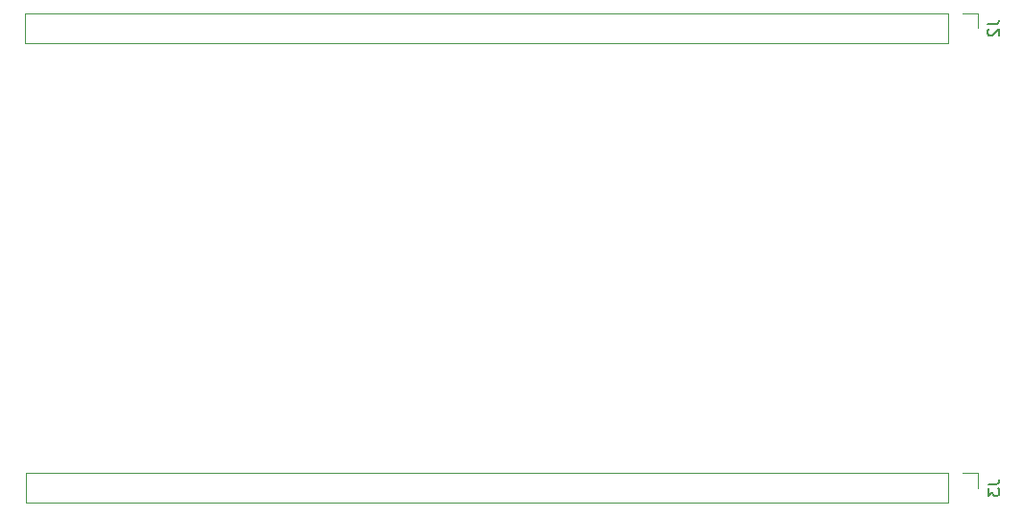
<source format=gbr>
%TF.GenerationSoftware,KiCad,Pcbnew,(6.0.2)*%
%TF.CreationDate,2022-04-11T22:24:11+02:00*%
%TF.ProjectId,main,6d61696e-2e6b-4696-9361-645f70636258,v0.02*%
%TF.SameCoordinates,Original*%
%TF.FileFunction,Legend,Bot*%
%TF.FilePolarity,Positive*%
%FSLAX46Y46*%
G04 Gerber Fmt 4.6, Leading zero omitted, Abs format (unit mm)*
G04 Created by KiCad (PCBNEW (6.0.2)) date 2022-04-11 22:24:11*
%MOMM*%
%LPD*%
G01*
G04 APERTURE LIST*
%ADD10C,0.150000*%
%ADD11C,0.120000*%
G04 APERTURE END LIST*
D10*
%TO.C,J2*%
X181622380Y-83766666D02*
X182336666Y-83766666D01*
X182479523Y-83719047D01*
X182574761Y-83623809D01*
X182622380Y-83480952D01*
X182622380Y-83385714D01*
X181717619Y-84195238D02*
X181670000Y-84242857D01*
X181622380Y-84338095D01*
X181622380Y-84576190D01*
X181670000Y-84671428D01*
X181717619Y-84719047D01*
X181812857Y-84766666D01*
X181908095Y-84766666D01*
X182050952Y-84719047D01*
X182622380Y-84147619D01*
X182622380Y-84766666D01*
%TO.C,J3*%
X181662380Y-124366666D02*
X182376666Y-124366666D01*
X182519523Y-124319047D01*
X182614761Y-124223809D01*
X182662380Y-124080952D01*
X182662380Y-123985714D01*
X181662380Y-124747619D02*
X181662380Y-125366666D01*
X182043333Y-125033333D01*
X182043333Y-125176190D01*
X182090952Y-125271428D01*
X182138571Y-125319047D01*
X182233809Y-125366666D01*
X182471904Y-125366666D01*
X182567142Y-125319047D01*
X182614761Y-125271428D01*
X182662380Y-125176190D01*
X182662380Y-124890476D01*
X182614761Y-124795238D01*
X182567142Y-124747619D01*
D11*
%TO.C,J2*%
X180730000Y-82770000D02*
X179400000Y-82770000D01*
X178130000Y-85430000D02*
X96790000Y-85430000D01*
X178130000Y-85430000D02*
X178130000Y-82770000D01*
X96790000Y-85430000D02*
X96790000Y-82770000D01*
X180730000Y-84100000D02*
X180730000Y-82770000D01*
X178130000Y-82770000D02*
X96790000Y-82770000D01*
%TO.C,J3*%
X178170000Y-126030000D02*
X178170000Y-123370000D01*
X180770000Y-123370000D02*
X179440000Y-123370000D01*
X96830000Y-126030000D02*
X96830000Y-123370000D01*
X178170000Y-126030000D02*
X96830000Y-126030000D01*
X180770000Y-124700000D02*
X180770000Y-123370000D01*
X178170000Y-123370000D02*
X96830000Y-123370000D01*
%TD*%
M02*

</source>
